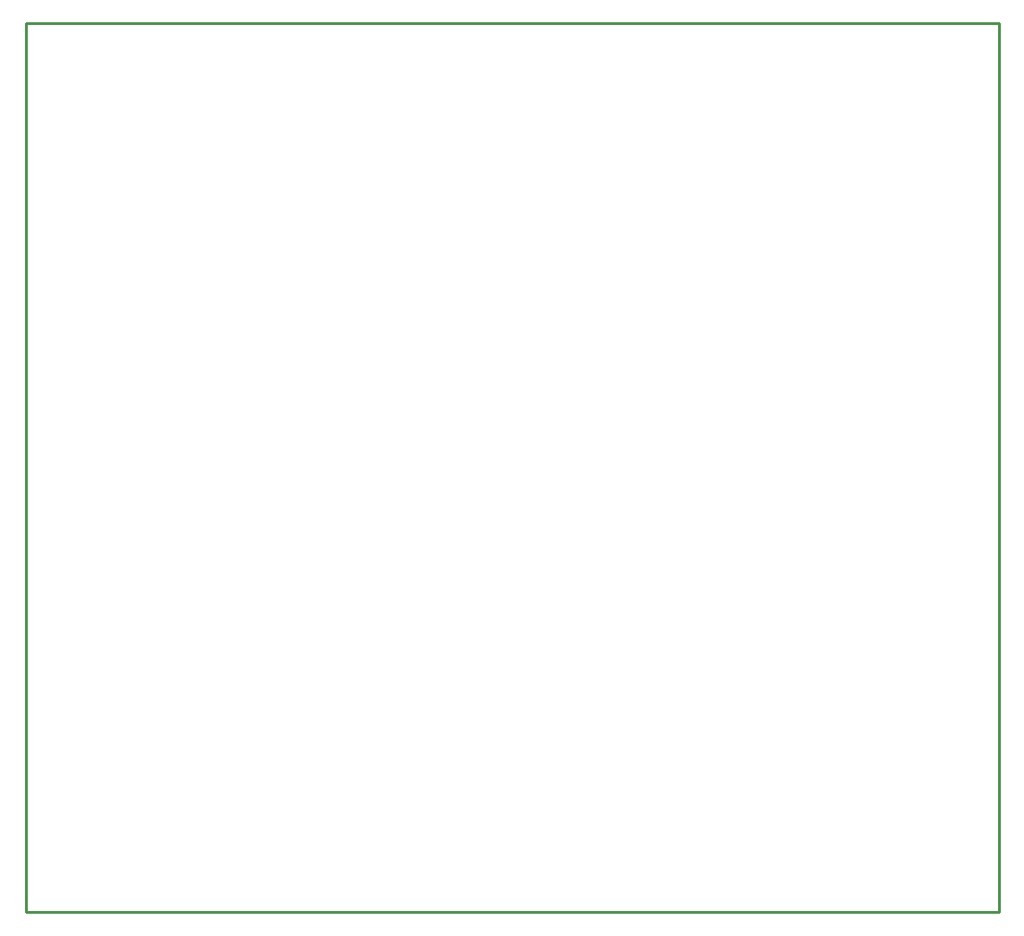
<source format=gbr>
G04 EAGLE Gerber RS-274X export*
G75*
%MOMM*%
%FSLAX34Y34*%
%LPD*%
%IN*%
%IPPOS*%
%AMOC8*
5,1,8,0,0,1.08239X$1,22.5*%
G01*
%ADD10C,0.254000*%


D10*
X0Y0D02*
X889000Y0D01*
X889000Y812800D01*
X0Y812800D01*
X0Y0D01*
M02*

</source>
